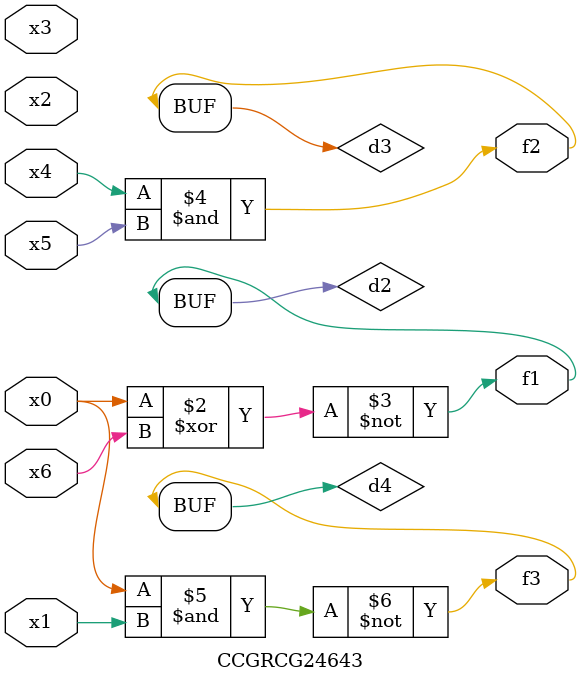
<source format=v>
module CCGRCG24643(
	input x0, x1, x2, x3, x4, x5, x6,
	output f1, f2, f3
);

	wire d1, d2, d3, d4;

	nor (d1, x0);
	xnor (d2, x0, x6);
	and (d3, x4, x5);
	nand (d4, x0, x1);
	assign f1 = d2;
	assign f2 = d3;
	assign f3 = d4;
endmodule

</source>
